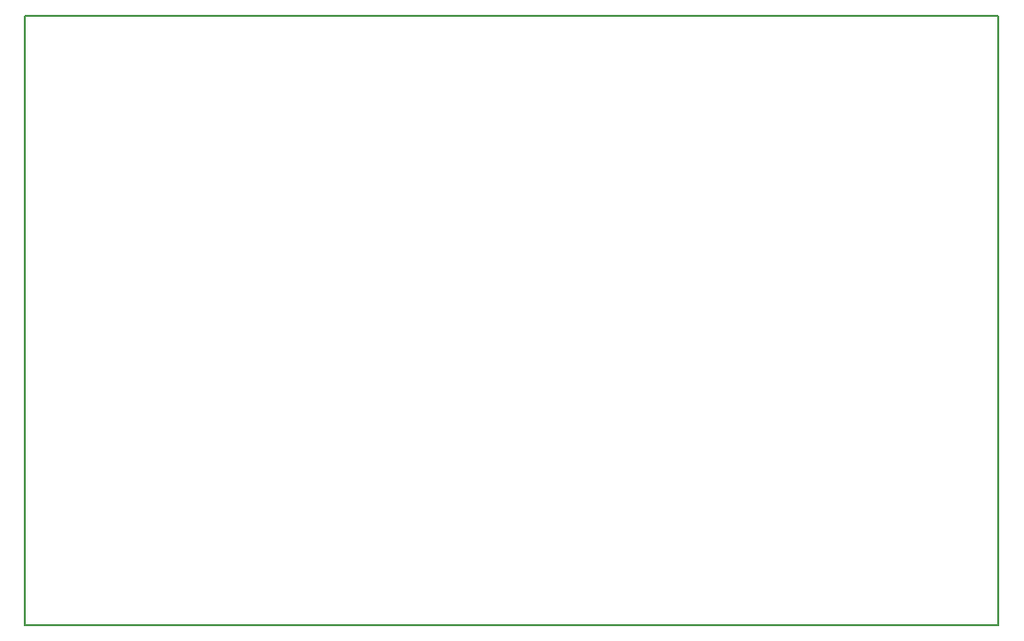
<source format=gm1>
G04*
G04 #@! TF.GenerationSoftware,Altium Limited,Altium Designer,20.0.13 (296)*
G04*
G04 Layer_Color=16711935*
%FSLAX25Y25*%
%MOIN*%
G70*
G01*
G75*
%ADD12C,0.00600*%
D12*
X215000Y225000D02*
X542000D01*
Y430000D01*
X215000D02*
X542000D01*
X215000Y225000D02*
Y430000D01*
M02*

</source>
